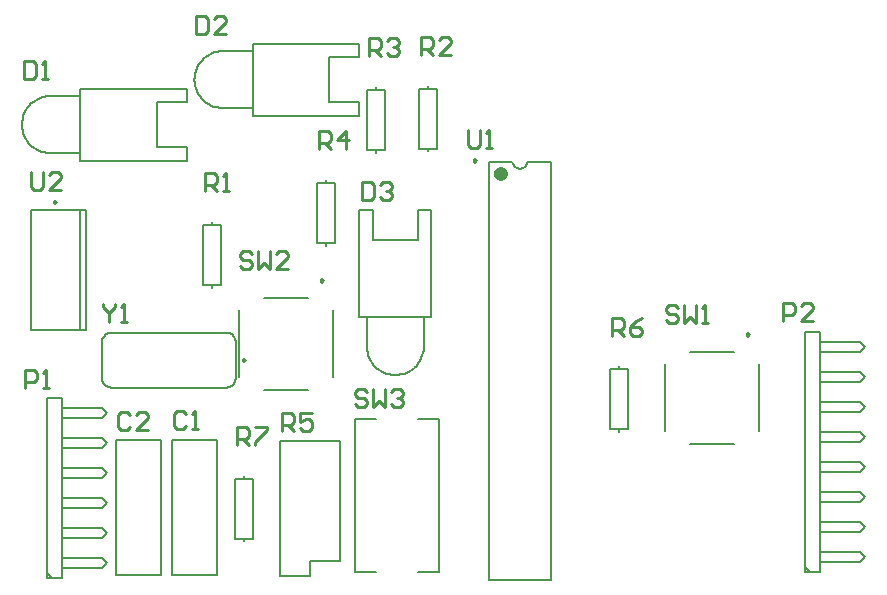
<source format=gto>
G04*
G04 #@! TF.GenerationSoftware,Altium Limited,Altium Designer,21.6.4 (81)*
G04*
G04 Layer_Color=65535*
%FSLAX25Y25*%
%MOIN*%
G70*
G04*
G04 #@! TF.SameCoordinates,001FDD04-7A3F-48FA-9A57-AA4991743B26*
G04*
G04*
G04 #@! TF.FilePolarity,Positive*
G04*
G01*
G75*
%ADD10C,0.00984*%
%ADD11C,0.02362*%
%ADD12C,0.00787*%
%ADD13C,0.00500*%
%ADD14C,0.01000*%
D10*
X28492Y137638D02*
X27754Y138064D01*
Y137212D01*
X28492Y137638D01*
X168492Y151618D02*
X167754Y152044D01*
Y151192D01*
X168492Y151618D01*
X259303Y93563D02*
X258565Y93989D01*
Y93137D01*
X259303Y93563D01*
X117303Y111563D02*
X116565Y111989D01*
Y111137D01*
X117303Y111563D01*
X91394Y85000D02*
X90655Y85426D01*
Y84574D01*
X91394Y85000D01*
D11*
X177685Y147248D02*
X177240Y148171D01*
X176241Y148399D01*
X175440Y147760D01*
Y146736D01*
X176241Y146097D01*
X177240Y146325D01*
X177685Y147248D01*
D12*
X180500Y151185D02*
X180690Y150228D01*
X181232Y149417D01*
X182043Y148875D01*
X183000Y148685D01*
X183957Y148875D01*
X184768Y149417D01*
X185310Y150228D01*
X185500Y151185D01*
X43657Y79094D02*
X43816Y78091D01*
X44278Y77185D01*
X44996Y76467D01*
X45902Y76005D01*
X46905Y75846D01*
Y94153D02*
X45902Y93995D01*
X44996Y93533D01*
X44278Y92815D01*
X43816Y91909D01*
X43657Y90905D01*
X88342Y90905D02*
X88184Y91909D01*
X87722Y92815D01*
X87004Y93533D01*
X86098Y93995D01*
X85094Y94153D01*
X85094Y75846D02*
X86098Y76005D01*
X87004Y76467D01*
X87722Y77185D01*
X88184Y78091D01*
X88342Y79094D01*
X278000Y14500D02*
Y94500D01*
Y16167D02*
X279667Y14500D01*
X283000Y91167D02*
X296333D01*
X298000Y89500D01*
X296333Y87833D02*
X298000Y89500D01*
X283000Y87833D02*
X296333D01*
X283000Y81167D02*
X296333D01*
X298000Y79500D01*
X296333Y77833D02*
X298000Y79500D01*
X283000Y77833D02*
X296333D01*
X283000Y71167D02*
X296333D01*
X298000Y69500D01*
X296333Y67833D02*
X298000Y69500D01*
X283000Y67833D02*
X296333D01*
X283000Y61167D02*
X296333D01*
X298000Y59500D01*
X296333Y57833D02*
X298000Y59500D01*
X283000Y57833D02*
X296333D01*
X283000Y51167D02*
X296333D01*
X298000Y49500D01*
X296333Y47833D02*
X298000Y49500D01*
X283000Y47833D02*
X296333D01*
X283000Y41167D02*
X296333D01*
X298000Y39500D01*
X296333Y37833D02*
X298000Y39500D01*
X283000Y37833D02*
X296333D01*
X283000Y31167D02*
X296333D01*
X298000Y29500D01*
X296333Y27833D02*
X298000Y29500D01*
X283000Y27833D02*
X296333D01*
X283000Y21167D02*
X296333D01*
X298000Y19500D01*
X296333Y17833D02*
X298000Y19500D01*
X283000Y17833D02*
X296333D01*
X278000Y94500D02*
X283000D01*
Y14500D02*
Y94500D01*
X278000Y14500D02*
X283000D01*
X36504Y94921D02*
Y135079D01*
X38472Y94921D02*
Y135079D01*
X19969Y94921D02*
Y135079D01*
Y94921D02*
X38472D01*
X19969Y135079D02*
X38472D01*
X25500Y12500D02*
Y72500D01*
Y14167D02*
X27167Y12500D01*
X30500Y69167D02*
X43833D01*
X45500Y67500D01*
X43833Y65833D02*
X45500Y67500D01*
X30500Y65833D02*
X43833D01*
X30500Y59167D02*
X43833D01*
X45500Y57500D01*
X43833Y55833D02*
X45500Y57500D01*
X30500Y55833D02*
X43833D01*
X30500Y49167D02*
X43833D01*
X45500Y47500D01*
X43833Y45833D02*
X45500Y47500D01*
X30500Y45833D02*
X43833D01*
X30500Y39167D02*
X43833D01*
X45500Y37500D01*
X43833Y35833D02*
X45500Y37500D01*
X30500Y35833D02*
X43833D01*
X30500Y29167D02*
X43833D01*
X45500Y27500D01*
X43833Y25833D02*
X45500Y27500D01*
X30500Y25833D02*
X43833D01*
X30500Y19167D02*
X43833D01*
X45500Y17500D01*
X43833Y15833D02*
X45500Y17500D01*
X30500Y15833D02*
X43833D01*
X25500Y72500D02*
X30500D01*
Y12500D02*
Y72500D01*
X25500Y12500D02*
X30500D01*
X172567Y11815D02*
X193433D01*
X185500Y151185D02*
X193433D01*
X172567D02*
X180500D01*
X193433Y11815D02*
Y151185D01*
X172567Y11815D02*
Y151185D01*
X239717Y87854D02*
X254283D01*
X231449Y61280D02*
Y83720D01*
X239717Y57146D02*
X254283D01*
X262551Y61280D02*
Y83720D01*
X213000Y82000D02*
X216000D01*
X213000Y62000D02*
Y82000D01*
Y62000D02*
X219000D01*
Y82000D01*
X216000D02*
X219000D01*
X216000Y61100D02*
Y62000D01*
Y82000D02*
Y82900D01*
X80500Y110000D02*
X83500D01*
Y130000D01*
X77500D02*
X83500D01*
X77500Y110000D02*
Y130000D01*
Y110000D02*
X80500D01*
Y130000D02*
Y130900D01*
Y109100D02*
Y110000D01*
X152500Y155500D02*
X155500D01*
Y175500D01*
X149500D02*
X155500D01*
X149500Y155500D02*
Y175500D01*
Y155500D02*
X152500D01*
Y175500D02*
Y176400D01*
Y154600D02*
Y155500D01*
X135000Y155000D02*
X138000D01*
Y175000D01*
X132000D02*
X138000D01*
X132000Y155000D02*
Y175000D01*
Y155000D02*
X135000D01*
Y175000D02*
Y175900D01*
Y154100D02*
Y155000D01*
X115500Y144000D02*
X118500D01*
X115500Y124000D02*
Y144000D01*
Y124000D02*
X121500D01*
Y144000D01*
X118500D02*
X121500D01*
X118500Y123100D02*
Y124000D01*
Y144000D02*
Y144900D01*
X156000Y14500D02*
Y65500D01*
X128000D02*
X134905D01*
X149095D02*
X156000D01*
X128000Y14500D02*
Y65500D01*
Y14500D02*
X134905D01*
X149095D02*
X156000D01*
X103000Y58000D02*
X123000D01*
X103000Y13000D02*
Y58000D01*
Y13000D02*
X113000D01*
Y18000D01*
X123000D01*
Y58000D01*
X97717Y105854D02*
X112283D01*
X89449Y79280D02*
Y101720D01*
X97717Y75146D02*
X112283D01*
X120551Y79280D02*
Y101720D01*
X91000Y25500D02*
X94000D01*
Y45500D01*
X88000D02*
X94000D01*
X88000Y25500D02*
Y45500D01*
Y25500D02*
X91000D01*
Y45500D02*
Y46400D01*
Y24600D02*
Y25500D01*
X67000Y13500D02*
X82000D01*
X67000D02*
Y58500D01*
X82000D01*
Y13500D02*
Y58500D01*
X88343Y79095D02*
Y90906D01*
X43657Y79094D02*
Y90906D01*
X46906Y75846D02*
X85094D01*
X46906Y94154D02*
X85094D01*
X48500Y58500D02*
X63500D01*
Y13500D02*
Y58500D01*
X48500Y13500D02*
X63500D01*
X48500D02*
Y58500D01*
D13*
X26500Y173000D02*
X25507Y172948D01*
X24525Y172792D01*
X23564Y172535D01*
X22636Y172179D01*
X21750Y171727D01*
X20916Y171186D01*
X20143Y170560D01*
X19440Y169857D01*
X18814Y169084D01*
X18273Y168250D01*
X17821Y167364D01*
X17465Y166436D01*
X17208Y165475D01*
X17052Y164493D01*
X17000Y163500D01*
X17052Y162507D01*
X17208Y161525D01*
X17465Y160564D01*
X17821Y159636D01*
X18273Y158750D01*
X18814Y157916D01*
X19440Y157143D01*
X20143Y156440D01*
X20916Y155814D01*
X21750Y155273D01*
X22636Y154821D01*
X23564Y154465D01*
X24525Y154208D01*
X25507Y154052D01*
X26500Y154000D01*
X84000Y188000D02*
X83007Y187948D01*
X82025Y187792D01*
X81064Y187535D01*
X80136Y187179D01*
X79250Y186727D01*
X78416Y186186D01*
X77643Y185560D01*
X76940Y184857D01*
X76314Y184084D01*
X75773Y183250D01*
X75321Y182364D01*
X74965Y181436D01*
X74708Y180475D01*
X74552Y179493D01*
X74500Y178500D01*
X74552Y177507D01*
X74708Y176525D01*
X74965Y175564D01*
X75321Y174636D01*
X75773Y173750D01*
X76314Y172916D01*
X76940Y172143D01*
X77643Y171440D01*
X78416Y170814D01*
X79250Y170273D01*
X80136Y169821D01*
X81064Y169465D01*
X82025Y169208D01*
X83007Y169052D01*
X84000Y169000D01*
X132000Y89500D02*
X132052Y88507D01*
X132208Y87525D01*
X132465Y86564D01*
X132821Y85636D01*
X133273Y84750D01*
X133814Y83916D01*
X134440Y83143D01*
X135143Y82440D01*
X135916Y81814D01*
X136750Y81273D01*
X137636Y80821D01*
X138564Y80465D01*
X139525Y80208D01*
X140507Y80052D01*
X141500Y80000D01*
X142493Y80052D01*
X143475Y80208D01*
X144436Y80465D01*
X145364Y80821D01*
X146250Y81273D01*
X147084Y81814D01*
X147857Y82440D01*
X148560Y83143D01*
X149186Y83916D01*
X149727Y84750D01*
X150179Y85636D01*
X150535Y86564D01*
X150792Y87525D01*
X150948Y88507D01*
X151000Y89500D01*
X36500Y175500D02*
X72000D01*
X36500Y151500D02*
Y175500D01*
Y151500D02*
X72000D01*
X26500Y173000D02*
X36500D01*
X26500Y154000D02*
X36500D01*
X72000Y171000D02*
Y175500D01*
X62000Y171000D02*
X72000D01*
X62000Y156000D02*
Y171000D01*
Y156000D02*
X72000D01*
Y151500D02*
Y156000D01*
X94000Y190500D02*
X129500D01*
X94000Y166500D02*
Y190500D01*
Y166500D02*
X129500D01*
X84000Y188000D02*
X94000D01*
X84000Y169000D02*
X94000D01*
X129500Y186000D02*
Y190500D01*
X119500Y186000D02*
X129500D01*
X119500Y171000D02*
Y186000D01*
Y171000D02*
X129500D01*
Y166500D02*
Y171000D01*
Y99500D02*
Y135000D01*
Y99500D02*
X153500D01*
Y135000D01*
X132000Y89500D02*
Y99500D01*
X151000Y89500D02*
Y99500D01*
X129500Y135000D02*
X134000D01*
Y125000D02*
Y135000D01*
Y125000D02*
X149000D01*
Y135000D01*
X153500D01*
D14*
X44200Y103598D02*
Y102598D01*
X46199Y100599D01*
X48199Y102598D01*
Y103598D01*
X46199Y100599D02*
Y97600D01*
X50198D02*
X52197D01*
X51198D01*
Y103598D01*
X50198Y102598D01*
X19900Y147598D02*
Y142600D01*
X20900Y141600D01*
X22899D01*
X23899Y142600D01*
Y147598D01*
X29897Y141600D02*
X25898D01*
X29897Y145599D01*
Y146598D01*
X28897Y147598D01*
X26898D01*
X25898Y146598D01*
X165600Y161598D02*
Y156600D01*
X166600Y155600D01*
X168599D01*
X169599Y156600D01*
Y161598D01*
X171598Y155600D02*
X173597D01*
X172598D01*
Y161598D01*
X171598Y160598D01*
X132199Y74298D02*
X131199Y75298D01*
X129200D01*
X128200Y74298D01*
Y73299D01*
X129200Y72299D01*
X131199D01*
X132199Y71299D01*
Y70300D01*
X131199Y69300D01*
X129200D01*
X128200Y70300D01*
X134198Y75298D02*
Y69300D01*
X136197Y71299D01*
X138197Y69300D01*
Y75298D01*
X140196Y74298D02*
X141196Y75298D01*
X143195D01*
X144195Y74298D01*
Y73299D01*
X143195Y72299D01*
X142195D01*
X143195D01*
X144195Y71299D01*
Y70300D01*
X143195Y69300D01*
X141196D01*
X140196Y70300D01*
X93699Y120498D02*
X92699Y121498D01*
X90700D01*
X89700Y120498D01*
Y119499D01*
X90700Y118499D01*
X92699D01*
X93699Y117499D01*
Y116500D01*
X92699Y115500D01*
X90700D01*
X89700Y116500D01*
X95698Y121498D02*
Y115500D01*
X97697Y117499D01*
X99697Y115500D01*
Y121498D01*
X105695Y115500D02*
X101696D01*
X105695Y119499D01*
Y120498D01*
X104695Y121498D01*
X102696D01*
X101696Y120498D01*
X235699Y102498D02*
X234699Y103498D01*
X232700D01*
X231700Y102498D01*
Y101499D01*
X232700Y100499D01*
X234699D01*
X235699Y99499D01*
Y98500D01*
X234699Y97500D01*
X232700D01*
X231700Y98500D01*
X237698Y103498D02*
Y97500D01*
X239697Y99499D01*
X241697Y97500D01*
Y103498D01*
X243696Y97500D02*
X245695D01*
X244696D01*
Y103498D01*
X243696Y102498D01*
X88600Y56700D02*
Y62698D01*
X91599D01*
X92599Y61698D01*
Y59699D01*
X91599Y58699D01*
X88600D01*
X90599D02*
X92599Y56700D01*
X94598Y62698D02*
X98597D01*
Y61698D01*
X94598Y57700D01*
Y56700D01*
X213650Y93150D02*
Y99148D01*
X216649D01*
X217649Y98148D01*
Y96149D01*
X216649Y95149D01*
X213650D01*
X215649D02*
X217649Y93150D01*
X223647Y99148D02*
X221647Y98148D01*
X219648Y96149D01*
Y94150D01*
X220648Y93150D01*
X222647D01*
X223647Y94150D01*
Y95149D01*
X222647Y96149D01*
X219648D01*
X103600Y61400D02*
Y67398D01*
X106599D01*
X107599Y66398D01*
Y64399D01*
X106599Y63399D01*
X103600D01*
X105599D02*
X107599Y61400D01*
X113597Y67398D02*
X109598D01*
Y64399D01*
X111597Y65399D01*
X112597D01*
X113597Y64399D01*
Y62400D01*
X112597Y61400D01*
X110598D01*
X109598Y62400D01*
X116100Y155200D02*
Y161198D01*
X119099D01*
X120099Y160198D01*
Y158199D01*
X119099Y157199D01*
X116100D01*
X118099D02*
X120099Y155200D01*
X125097D02*
Y161198D01*
X122098Y158199D01*
X126097D01*
X132600Y186200D02*
Y192198D01*
X135599D01*
X136599Y191198D01*
Y189199D01*
X135599Y188199D01*
X132600D01*
X134599D02*
X136599Y186200D01*
X138598Y191198D02*
X139598Y192198D01*
X141597D01*
X142597Y191198D01*
Y190199D01*
X141597Y189199D01*
X140597D01*
X141597D01*
X142597Y188199D01*
Y187200D01*
X141597Y186200D01*
X139598D01*
X138598Y187200D01*
X150100Y186700D02*
Y192698D01*
X153099D01*
X154099Y191698D01*
Y189699D01*
X153099Y188699D01*
X150100D01*
X152099D02*
X154099Y186700D01*
X160097D02*
X156098D01*
X160097Y190699D01*
Y191698D01*
X159097Y192698D01*
X157098D01*
X156098Y191698D01*
X78100Y141200D02*
Y147198D01*
X81099D01*
X82099Y146198D01*
Y144199D01*
X81099Y143199D01*
X78100D01*
X80099D02*
X82099Y141200D01*
X84098D02*
X86097D01*
X85098D01*
Y147198D01*
X84098Y146198D01*
X270600Y97900D02*
Y103898D01*
X273599D01*
X274599Y102898D01*
Y100899D01*
X273599Y99899D01*
X270600D01*
X280597Y97900D02*
X276598D01*
X280597Y101899D01*
Y102898D01*
X279597Y103898D01*
X277598D01*
X276598Y102898D01*
X18150Y75850D02*
Y81848D01*
X21149D01*
X22149Y80848D01*
Y78849D01*
X21149Y77849D01*
X18150D01*
X24148Y75850D02*
X26147D01*
X25148D01*
Y81848D01*
X24148Y80848D01*
X130300Y144298D02*
Y138300D01*
X133299D01*
X134299Y139300D01*
Y143298D01*
X133299Y144298D01*
X130300D01*
X136298Y143298D02*
X137298Y144298D01*
X139297D01*
X140297Y143298D01*
Y142299D01*
X139297Y141299D01*
X138297D01*
X139297D01*
X140297Y140299D01*
Y139300D01*
X139297Y138300D01*
X137298D01*
X136298Y139300D01*
X75200Y199798D02*
Y193800D01*
X78199D01*
X79199Y194800D01*
Y198798D01*
X78199Y199798D01*
X75200D01*
X85197Y193800D02*
X81198D01*
X85197Y197799D01*
Y198798D01*
X84197Y199798D01*
X82198D01*
X81198Y198798D01*
X17700Y184698D02*
Y178700D01*
X20699D01*
X21699Y179700D01*
Y183698D01*
X20699Y184698D01*
X17700D01*
X23698Y178700D02*
X25697D01*
X24698D01*
Y184698D01*
X23698Y183698D01*
X53149Y66848D02*
X52149Y67848D01*
X50150D01*
X49150Y66848D01*
Y62850D01*
X50150Y61850D01*
X52149D01*
X53149Y62850D01*
X59147Y61850D02*
X55148D01*
X59147Y65849D01*
Y66848D01*
X58147Y67848D01*
X56148D01*
X55148Y66848D01*
X71599Y66898D02*
X70599Y67898D01*
X68600D01*
X67600Y66898D01*
Y62900D01*
X68600Y61900D01*
X70599D01*
X71599Y62900D01*
X73598Y61900D02*
X75597D01*
X74598D01*
Y67898D01*
X73598Y66898D01*
M02*

</source>
